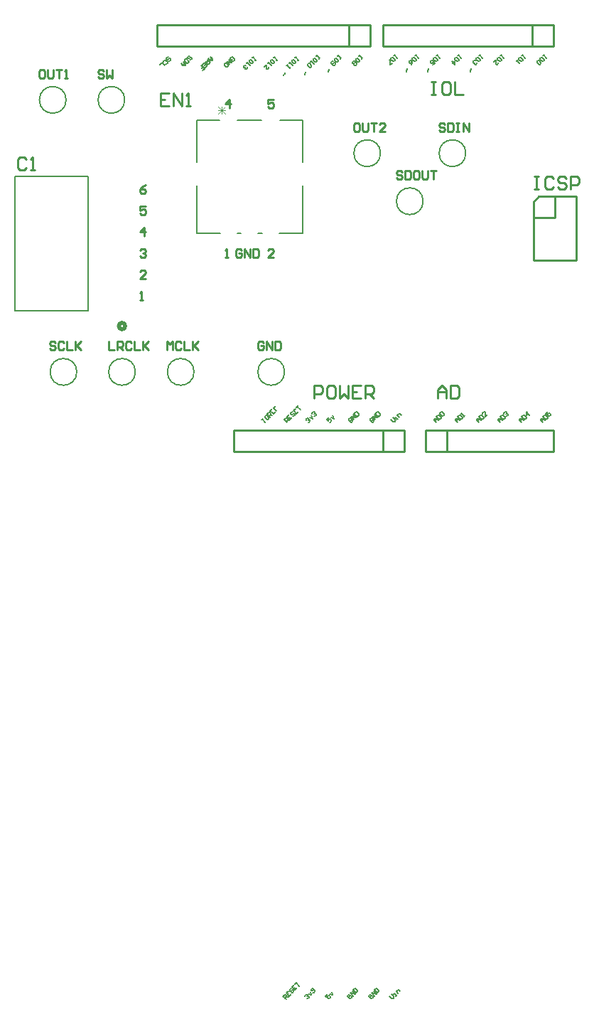
<source format=gto>
G04*
G04 #@! TF.GenerationSoftware,Altium Limited,Altium Designer,22.5.1 (42)*
G04*
G04 Layer_Color=65535*
%FSLAX44Y44*%
%MOMM*%
G71*
G04*
G04 #@! TF.SameCoordinates,BAD225BF-FD7B-4A52-9E08-1AD1A92B9E85*
G04*
G04*
G04 #@! TF.FilePolarity,Positive*
G04*
G01*
G75*
%ADD10C,0.1270*%
%ADD11C,0.5080*%
%ADD12C,0.1524*%
%ADD13C,0.2540*%
%ADD14C,0.0762*%
D10*
X136550Y431800D02*
G03*
X136550Y431800I-15900J0D01*
G01*
X441350Y368300D02*
G03*
X441350Y368300I-15900J0D01*
G01*
X66700Y431800D02*
G03*
X66700Y431800I-15900J0D01*
G01*
X327050Y107950D02*
G03*
X327050Y107950I-15900J0D01*
G01*
X492150Y311150D02*
G03*
X492150Y311150I-15900J0D01*
G01*
X542950Y368300D02*
G03*
X542950Y368300I-15900J0D01*
G01*
X79400Y107950D02*
G03*
X79400Y107950I-15900J0D01*
G01*
X219100D02*
G03*
X219100Y107950I-15900J0D01*
G01*
X149250D02*
G03*
X149250Y107950I-15900J0D01*
G01*
X639861Y482293D02*
X638664Y481096D01*
X639262Y481694D01*
X635672Y485285D01*
X636270Y485884D01*
X635073Y484687D01*
X635073Y477505D02*
X636270Y478702D01*
X636270Y479899D01*
X633876Y482293D01*
X632679D01*
X631482Y481096D01*
Y479899D01*
X633876Y477505D01*
X635073D01*
X632679Y476308D02*
X632679Y475111D01*
X631482Y473914D01*
X630285D01*
X627891Y476308D01*
X627891Y477505D01*
X629088Y478702D01*
X630285D01*
X632679Y476308D01*
X614461Y482293D02*
X613264Y481096D01*
X613862Y481694D01*
X610271Y485285D01*
X610870Y485884D01*
X609673Y484687D01*
X609673Y477505D02*
X610870Y478702D01*
X610870Y479899D01*
X608476Y482293D01*
X607279D01*
X606082Y481096D01*
Y479899D01*
X608476Y477505D01*
X609673D01*
X604287Y479300D02*
X603090Y478104D01*
X603688Y478702D01*
X607279Y475111D01*
X607279Y476308D01*
X589061Y482293D02*
X587864Y481096D01*
X588462Y481694D01*
X584871Y485285D01*
X585470Y485884D01*
X584273Y484687D01*
X584273Y477505D02*
X585470Y478702D01*
X585470Y479899D01*
X583076Y482293D01*
X581879D01*
X580682Y481096D01*
Y479899D01*
X583076Y477505D01*
X584273D01*
X576493Y476907D02*
X578887Y479300D01*
Y474513D01*
X579485Y473914D01*
X580682D01*
X581879Y475111D01*
X581879Y476308D01*
X462061Y482293D02*
X460864Y481096D01*
X461462Y481694D01*
X457872Y485285D01*
X458470Y485884D01*
X457273Y484687D01*
X457273Y477505D02*
X458470Y478702D01*
X458470Y479899D01*
X456076Y482293D01*
X454879D01*
X453682Y481096D01*
Y479899D01*
X456076Y477505D01*
X457273D01*
X455477Y475710D02*
X453084Y473316D01*
X452485Y473914D01*
Y478702D01*
X451887Y479300D01*
X394751Y481549D02*
X393554Y480352D01*
X394152Y480951D01*
X390561Y484542D01*
X391160Y485140D01*
X389963Y483943D01*
X389963Y476761D02*
X391160Y477958D01*
X391160Y479155D01*
X388766Y481549D01*
X387569D01*
X386372Y480352D01*
Y479155D01*
X388766Y476761D01*
X389963D01*
X385175Y477958D02*
X383978D01*
X382781Y476761D01*
X382781Y475564D01*
X385175Y473170D01*
X386372D01*
X387569Y474367D01*
X387569Y475564D01*
X386971Y476163D01*
X385774Y476163D01*
X383978Y474367D01*
X380387Y468382D02*
X380387Y467185D01*
X379190Y465988D01*
X379190Y464791D01*
X487461Y482293D02*
X486264Y481096D01*
X486862Y481694D01*
X483271Y485285D01*
X483870Y485884D01*
X482673Y484687D01*
X482673Y477505D02*
X483870Y478702D01*
X483870Y479899D01*
X481476Y482293D01*
X480279D01*
X479082Y481096D01*
Y479899D01*
X481476Y477505D01*
X482673D01*
X478484Y473316D02*
X479082Y475111D01*
Y477505D01*
X477885Y478702D01*
X476688D01*
X475491Y477505D01*
X475491Y476308D01*
X476090Y475710D01*
X477287Y475710D01*
X479082Y477505D01*
X473097Y469126D02*
X473097Y467929D01*
X471900Y466732D01*
X471900Y465535D01*
X563661Y482293D02*
X562464Y481096D01*
X563062Y481694D01*
X559472Y485285D01*
X560070Y485884D01*
X558873Y484687D01*
X558873Y477505D02*
X560070Y478702D01*
X560070Y479899D01*
X557676Y482293D01*
X556479D01*
X555282Y481096D01*
Y479899D01*
X557676Y477505D01*
X558873D01*
X556479Y476308D02*
X556479Y475111D01*
X555282Y473914D01*
X554085D01*
X553487Y474513D01*
Y475710D01*
X554085Y476308D01*
X553487Y475710D01*
X552290Y475710D01*
X551691Y476308D01*
X551691Y477505D01*
X552888Y478702D01*
X554085D01*
X549297Y469126D02*
X549297Y467929D01*
X548100Y466732D01*
X548100Y465535D01*
X512861Y482293D02*
X511664Y481096D01*
X512262Y481694D01*
X508671Y485285D01*
X509270Y485884D01*
X508073Y484687D01*
X508073Y477505D02*
X509270Y478702D01*
X509270Y479899D01*
X506876Y482293D01*
X505679D01*
X504482Y481096D01*
Y479899D01*
X506876Y477505D01*
X508073D01*
X503884Y473316D02*
X506278Y475710D01*
X504482Y477505D01*
X503884Y475710D01*
X503285Y475111D01*
X502088D01*
X500891Y476308D01*
X500891Y477505D01*
X502088Y478702D01*
X503285D01*
X498497Y469126D02*
X498497Y467929D01*
X497300Y466732D01*
X497300Y465535D01*
X420151Y481549D02*
X418954Y480352D01*
X419552Y480951D01*
X415961Y484542D01*
X416560Y485140D01*
X415363Y483943D01*
X415363Y476761D02*
X416560Y477958D01*
X416560Y479155D01*
X414166Y481549D01*
X412969D01*
X411772Y480352D01*
Y479155D01*
X414166Y476761D01*
X415363D01*
X412969Y475564D02*
X412969Y474367D01*
X411772Y473170D01*
X410575D01*
X409977Y473769D01*
Y474966D01*
X408780Y474966D01*
X408181Y475564D01*
X408181Y476761D01*
X409378Y477958D01*
X410575D01*
X411174Y477360D01*
Y476163D01*
X412371Y476163D01*
X412969Y475564D01*
X411174Y476163D02*
X409977Y474966D01*
X538261Y482293D02*
X537064Y481096D01*
X537662Y481694D01*
X534072Y485285D01*
X534670Y485884D01*
X533473Y484687D01*
X533473Y477505D02*
X534670Y478702D01*
X534670Y479899D01*
X532276Y482293D01*
X531079D01*
X529882Y481096D01*
Y479899D01*
X532276Y477505D01*
X533473D01*
X526291D02*
X529882Y473914D01*
Y477505D01*
X527488Y475111D01*
X264758Y477957D02*
X265955D01*
X267152Y479155D01*
X267153Y480351D01*
X264758Y482745D01*
X263561D01*
X262365Y481549D01*
X262365Y480351D01*
X263561Y479155D01*
X264758Y480351D01*
X260569Y479753D02*
X264160Y476162D01*
X258175Y477359D01*
X261766Y473768D01*
X260569Y472571D02*
X256978Y476162D01*
X255183Y474367D01*
X255183Y473170D01*
X257577Y470776D01*
X258774D01*
X260569Y472571D01*
X188559Y477957D02*
X189755D01*
X190952Y479155D01*
X190952Y480351D01*
X190354Y480950D01*
X189157Y480950D01*
X187960Y479753D01*
X186763Y479753D01*
X186165Y480351D01*
X186164Y481549D01*
X187362Y482745D01*
X188559D01*
X184968Y474367D02*
X186164D01*
X187362Y475564D01*
X187362Y476760D01*
X184968Y479155D01*
X183771D01*
X182574Y477957D01*
Y476760D01*
X184369Y472571D02*
X180778Y476162D01*
X178384Y473768D01*
X238760Y483344D02*
X241154Y480950D01*
Y478556D01*
X238760D01*
X236366Y480950D01*
X238162Y479155D01*
X240555Y481549D01*
X235169Y479753D02*
X238760Y476162D01*
X236964Y474367D01*
X235768D01*
X234571Y475564D01*
Y476760D01*
X236366Y478556D01*
X235169Y477359D02*
X232775D01*
Y470177D02*
X235169Y472571D01*
X231578Y476162D01*
X229184Y473768D01*
X233374Y474367D02*
X232177Y473170D01*
X229184Y466586D02*
X231578Y468980D01*
X229783Y470776D01*
X228586Y469579D01*
X229783Y470776D01*
X227987Y472571D01*
X330200Y47516D02*
X326609Y51107D01*
X328405Y52902D01*
X329602D01*
X330798Y51705D01*
X330798Y50508D01*
X329003Y48713D01*
X330200Y49910D02*
X332594D01*
Y57092D02*
X330200Y54698D01*
X333791Y51107D01*
X336185Y53501D01*
X331995Y52902D02*
X333192Y54099D01*
X336783Y60084D02*
X335586D01*
X334389Y58887D01*
Y57690D01*
X334988Y57092D01*
X336185Y57092D01*
X337382Y58289D01*
X338579Y58289D01*
X339177Y57690D01*
X339177Y56493D01*
X337980Y55296D01*
X336783D01*
X339776Y64274D02*
X337382Y61880D01*
X340973Y58289D01*
X343367Y60683D01*
X339177Y60084D02*
X340374Y61281D01*
X340973Y65471D02*
X343367Y67865D01*
X342170Y66668D01*
X345761Y63077D01*
X299939Y51107D02*
X301136Y52304D01*
X300538Y51705D01*
X304128Y48115D01*
X303530Y47516D01*
X304727Y48713D01*
X304727Y55895D02*
X303530Y54698D01*
X303530Y53501D01*
X305924Y51107D01*
X307121D01*
X308318Y52304D01*
Y53501D01*
X305924Y55895D01*
X304727D01*
X310113Y54099D02*
X306523Y57690D01*
X308318Y59486D01*
X309515D01*
X310712Y58289D01*
Y57092D01*
X308916Y55296D01*
X310113Y56493D02*
X312507D01*
Y63675D02*
X310113Y61281D01*
X313704Y57690D01*
X316098Y60084D01*
X311909Y59486D02*
X313106Y60683D01*
X316098Y67266D02*
X313704Y64872D01*
X315500Y63077D01*
X316697Y64274D01*
X315500Y63077D01*
X317295Y61281D01*
X379803Y53501D02*
X377409Y51107D01*
X379204Y49311D01*
X379803Y51107D01*
X380401Y51705D01*
X381599D01*
X382795Y50508D01*
X382795Y49311D01*
X381599Y48115D01*
X380401D01*
X382197Y53501D02*
X385788Y52304D01*
X384591Y55895D01*
X431202Y52902D02*
X430005D01*
X428808Y51705D01*
X428807Y50508D01*
X431202Y48115D01*
X432398D01*
X433596Y49311D01*
X433595Y50508D01*
X432398Y51705D01*
X431202Y50508D01*
X435391Y51107D02*
X431800Y54698D01*
X437785Y53501D01*
X434194Y57092D01*
X435391Y58289D02*
X438982Y54698D01*
X440777Y56493D01*
X440777Y57690D01*
X438383Y60084D01*
X437186D01*
X435391Y58289D01*
X352607Y50508D02*
X352608Y51705D01*
X353805Y52902D01*
X355001D01*
X355600Y52304D01*
Y51107D01*
X355001Y50508D01*
X355600Y51107D01*
X356797Y51107D01*
X357395Y50508D01*
X357396Y49311D01*
X356199Y48115D01*
X355001D01*
X356797Y53501D02*
X360388Y52304D01*
X359191Y55895D01*
X359789Y57690D02*
Y58887D01*
X360986Y60084D01*
X362183D01*
X362782Y59486D01*
Y58289D01*
X362183Y57690D01*
X362782Y58289D01*
X363979Y58289D01*
X364577Y57690D01*
X364577Y56493D01*
X363380Y55296D01*
X362183D01*
X405802Y52902D02*
X404605D01*
X403408Y51705D01*
X403408Y50508D01*
X405802Y48115D01*
X406998D01*
X408195Y49311D01*
X408195Y50508D01*
X406998Y51705D01*
X405802Y50508D01*
X409991Y51107D02*
X406400Y54698D01*
X412385Y53501D01*
X408794Y57092D01*
X409991Y58289D02*
X413582Y54698D01*
X415377Y56493D01*
X415377Y57690D01*
X412983Y60084D01*
X411786D01*
X409991Y58289D01*
X318551Y479753D02*
X317354Y478556D01*
X317952Y479155D01*
X314361Y482745D01*
X314960Y483344D01*
X313763Y482147D01*
X313763Y474965D02*
X314960Y476162D01*
X314960Y477359D01*
X312566Y479753D01*
X311369D01*
X310172Y478556D01*
Y477359D01*
X312566Y474965D01*
X313763D01*
X308377Y476760D02*
X307180Y475564D01*
X307778Y476162D01*
X311369Y472571D01*
X311369Y473768D01*
X302990Y471374D02*
X305384Y473768D01*
Y468980D01*
X305983Y468382D01*
X307180D01*
X308377Y469579D01*
Y470776D01*
X293151Y479753D02*
X291954Y478556D01*
X292552Y479155D01*
X288962Y482745D01*
X289560Y483344D01*
X288363Y482147D01*
X288363Y474965D02*
X289560Y476162D01*
X289560Y477359D01*
X287166Y479753D01*
X285969D01*
X284772Y478556D01*
Y477359D01*
X287166Y474965D01*
X288363D01*
X282977Y476760D02*
X281780Y475564D01*
X282378Y476162D01*
X285969Y472571D01*
X285969Y473768D01*
X282977Y470776D02*
Y469579D01*
X281780Y468382D01*
X280583D01*
X279984Y468980D01*
Y470177D01*
X280583Y470776D01*
X279984Y470177D01*
X278787Y470177D01*
X278189Y470776D01*
X278189Y471973D01*
X279386Y473170D01*
X280583D01*
X508000Y47516D02*
X505606Y49910D01*
Y52304D01*
X508000D01*
X510394Y49910D01*
X508599Y51705D01*
X506204Y49311D01*
X508000Y54698D02*
X511591Y51107D01*
X513386Y52902D01*
Y54099D01*
X510992Y56493D01*
X509795D01*
X508000Y54698D01*
X512189Y57690D02*
Y58887D01*
X513386Y60084D01*
X514583D01*
X516977Y57690D01*
X516977Y56493D01*
X515780Y55296D01*
X514583D01*
X512189Y57690D01*
X453609Y51107D02*
X456003Y48713D01*
X458397D01*
Y51107D01*
X456003Y53501D01*
X460791Y51107D02*
X461988Y52304D01*
X461389Y51705D01*
X458996Y54099D01*
X458397Y53501D01*
X463783Y54099D02*
X461389Y56493D01*
X463185Y58289D01*
X464382D01*
X466177Y56493D01*
X609600Y47516D02*
X607206Y49910D01*
Y52304D01*
X609600D01*
X611994Y49910D01*
X610199Y51705D01*
X607804Y49311D01*
X609600Y54698D02*
X613191Y51107D01*
X614986Y52902D01*
Y54099D01*
X612592Y56493D01*
X611395D01*
X609600Y54698D01*
X618577Y56493D02*
X614986Y60084D01*
Y56493D01*
X617380Y58887D01*
X584200Y47516D02*
X581806Y49910D01*
Y52304D01*
X584200D01*
X586594Y49910D01*
X584799Y51705D01*
X582405Y49311D01*
X584200Y54698D02*
X587791Y51107D01*
X589586Y52902D01*
Y54099D01*
X587192Y56493D01*
X585995D01*
X584200Y54698D01*
X588389Y57690D02*
Y58887D01*
X589586Y60084D01*
X590783D01*
X591382Y59486D01*
Y58289D01*
X590783Y57690D01*
X591382Y58289D01*
X592579Y58289D01*
X593177Y57690D01*
X593177Y56493D01*
X591980Y55296D01*
X590783D01*
X635000Y47516D02*
X632606Y49910D01*
Y52304D01*
X635000D01*
X637394Y49910D01*
X635598Y51705D01*
X633204Y49311D01*
X635000Y54698D02*
X638591Y51107D01*
X640386Y52902D01*
Y54099D01*
X637992Y56493D01*
X636796D01*
X635000Y54698D01*
X640985Y60683D02*
X638591Y58289D01*
X640386Y56493D01*
X640985Y58289D01*
X641583Y58887D01*
X642780D01*
X643977Y57690D01*
X643977Y56493D01*
X642780Y55296D01*
X641583D01*
X533400Y47516D02*
X531006Y49910D01*
Y52304D01*
X533400D01*
X535794Y49910D01*
X533998Y51705D01*
X531604Y49311D01*
X533400Y54698D02*
X536991Y51107D01*
X538786Y52902D01*
Y54099D01*
X536392Y56493D01*
X535196D01*
X533400Y54698D01*
X540582D02*
X541779Y55895D01*
X541180Y55296D01*
X537589Y58887D01*
Y57690D01*
X558800Y47516D02*
X556406Y49910D01*
Y52304D01*
X558800D01*
X561194Y49910D01*
X559398Y51705D01*
X557005Y49311D01*
X558800Y54698D02*
X562391Y51107D01*
X564186Y52902D01*
Y54099D01*
X561792Y56493D01*
X560596D01*
X558800Y54698D01*
X568376Y57092D02*
X565982Y54698D01*
Y59486D01*
X565383Y60084D01*
X564186D01*
X562989Y58887D01*
Y57690D01*
X369351Y481549D02*
X368154Y480352D01*
X368752Y480951D01*
X365162Y484542D01*
X365760Y485140D01*
X364563Y483943D01*
X364563Y476761D02*
X365760Y477958D01*
X365760Y479155D01*
X363366Y481549D01*
X362169D01*
X360972Y480352D01*
Y479155D01*
X363366Y476761D01*
X364563D01*
X359177Y478557D02*
X357980Y477360D01*
X358578Y477958D01*
X362169Y474367D01*
X362169Y475564D01*
X359177Y472572D02*
Y471375D01*
X357980Y470178D01*
X356783D01*
X354389Y472572D01*
X354389Y473769D01*
X355586Y474966D01*
X356783D01*
X359177Y472572D01*
X351995Y465390D02*
X351995Y464193D01*
X350798Y462996D01*
X350798Y461799D01*
X343951Y479753D02*
X342754Y478556D01*
X343352Y479155D01*
X339762Y482745D01*
X340360Y483344D01*
X339163Y482147D01*
X339163Y474965D02*
X340360Y476162D01*
X340360Y477359D01*
X337966Y479753D01*
X336769D01*
X335572Y478556D01*
Y477359D01*
X337966Y474965D01*
X339163D01*
X333777Y476760D02*
X332580Y475564D01*
X333178Y476162D01*
X336769Y472571D01*
X336769Y473768D01*
X330784D02*
X329587Y472571D01*
X330186Y473170D01*
X333777Y469579D01*
Y470776D01*
X327193Y464192D02*
X327193Y462995D01*
X325996Y461798D01*
X325996Y460601D01*
X213958Y479227D02*
X215155D01*
X216352Y480424D01*
X216353Y481622D01*
X215754Y482220D01*
X214557Y482220D01*
X213360Y481023D01*
X212163Y481023D01*
X211565Y481622D01*
X211565Y482818D01*
X212761Y484015D01*
X213958D01*
X213360Y477432D02*
X209769Y481023D01*
X207974Y479227D01*
Y478031D01*
X210368Y475637D01*
X211565D01*
X213360Y477432D01*
X206178D02*
X208572Y475038D01*
Y472644D01*
X206178D01*
X203784Y475038D01*
X205580Y473243D01*
X207974Y475637D01*
X328930Y-638810D02*
X325339Y-635219D01*
X327135Y-633424D01*
X328331D01*
X329529Y-634621D01*
X329529Y-635817D01*
X327733Y-637613D01*
X328930Y-636416D02*
X331324D01*
Y-629234D02*
X328930Y-631628D01*
X332521Y-635219D01*
X334915Y-632825D01*
X330725Y-633424D02*
X331922Y-632227D01*
X335513Y-626242D02*
X334316D01*
X333119Y-627439D01*
Y-628636D01*
X333718Y-629234D01*
X334915Y-629234D01*
X336112Y-628037D01*
X337309Y-628037D01*
X337907Y-628636D01*
X337907Y-629833D01*
X336710Y-631030D01*
X335513D01*
X338506Y-622052D02*
X336112Y-624446D01*
X339703Y-628037D01*
X342097Y-625643D01*
X337907Y-626242D02*
X339104Y-625045D01*
X339703Y-620855D02*
X342097Y-618461D01*
X340900Y-619658D01*
X344491Y-623249D01*
X351338Y-635817D02*
X351338Y-634621D01*
X352535Y-633424D01*
X353731D01*
X354330Y-634022D01*
Y-635219D01*
X353731Y-635817D01*
X354330Y-635219D01*
X355527Y-635219D01*
X356125Y-635817D01*
X356125Y-637015D01*
X354929Y-638212D01*
X353731D01*
X355527Y-632825D02*
X359118Y-634022D01*
X357921Y-630431D01*
X358519Y-628636D02*
Y-627439D01*
X359716Y-626242D01*
X360913D01*
X361512Y-626840D01*
Y-628037D01*
X360913Y-628636D01*
X361512Y-628037D01*
X362709Y-628037D01*
X363307Y-628636D01*
X363307Y-629833D01*
X362110Y-631030D01*
X360913D01*
X378533Y-632825D02*
X376139Y-635219D01*
X377934Y-637015D01*
X378533Y-635219D01*
X379132Y-634621D01*
X380328D01*
X381525Y-635817D01*
X381525Y-637015D01*
X380328Y-638212D01*
X379132D01*
X380927Y-632825D02*
X384518Y-634022D01*
X383321Y-630431D01*
X404532Y-633424D02*
X403335D01*
X402138Y-634621D01*
X402137Y-635817D01*
X404532Y-638212D01*
X405728D01*
X406926Y-637015D01*
X406925Y-635817D01*
X405728Y-634621D01*
X404532Y-635817D01*
X408721Y-635219D02*
X405130Y-631628D01*
X411115Y-632825D01*
X407524Y-629234D01*
X408721Y-628037D02*
X412312Y-631628D01*
X414107Y-629833D01*
X414107Y-628636D01*
X411713Y-626242D01*
X410516D01*
X408721Y-628037D01*
X429931Y-633424D02*
X428735D01*
X427538Y-634621D01*
X427537Y-635817D01*
X429931Y-638212D01*
X431129D01*
X432326Y-637015D01*
X432325Y-635817D01*
X431129Y-634621D01*
X429931Y-635817D01*
X434121Y-635219D02*
X430530Y-631628D01*
X436515Y-632825D01*
X432924Y-629234D01*
X434121Y-628037D02*
X437712Y-631628D01*
X439507Y-629833D01*
X439507Y-628636D01*
X437113Y-626242D01*
X435916D01*
X434121Y-628037D01*
X452339Y-635219D02*
X454733Y-637613D01*
X457127D01*
Y-635219D01*
X454733Y-632825D01*
X459521Y-635219D02*
X460718Y-634022D01*
X460119Y-634621D01*
X457725Y-632227D01*
X457127Y-632825D01*
X462513Y-632227D02*
X460119Y-629833D01*
X461915Y-628037D01*
X463112D01*
X464907Y-629833D01*
D11*
X137160Y162560D02*
G03*
X137160Y162560I-3810J0D01*
G01*
D12*
X5591Y180340D02*
X93221D01*
Y340360D01*
X5591D02*
X93221D01*
X5591Y180340D02*
Y340360D01*
X348596Y357698D02*
Y407330D01*
X271130D02*
X299570D01*
X222104D02*
X249570D01*
X222104Y272710D02*
X250223D01*
X348596D02*
Y329962D01*
X321130Y407330D02*
X348596D01*
X222104Y357698D02*
Y407330D01*
X270477Y272710D02*
X275223D01*
X295477D02*
X300223D01*
X320477D02*
X348596D01*
X222104D02*
Y329962D01*
D13*
X623700Y240800D02*
X674500D01*
Y317000D01*
X623700Y291600D02*
X649100D01*
Y317000D01*
X623700Y240800D02*
Y310650D01*
X630050Y317000D01*
X674500D01*
X469900Y12700D02*
Y38100D01*
X266700Y12700D02*
X469900D01*
X266700D02*
Y38100D01*
X469900D01*
X444500Y12700D02*
Y38100D01*
X647700Y495300D02*
Y520700D01*
X444500Y495300D02*
X647700D01*
X444500D02*
Y520700D01*
X647700D01*
X622300Y495300D02*
Y520700D01*
X429260Y495300D02*
Y520700D01*
X403860Y495300D02*
X429260D01*
X403860D02*
Y520700D01*
X175260D02*
X403860D01*
X175260Y495300D02*
Y520700D01*
Y495300D02*
X403860D01*
Y520700D02*
X429260D01*
X495300Y25400D02*
Y38100D01*
X520700D01*
Y12700D02*
X647700D01*
Y38100D01*
X520700D02*
X647700D01*
X520700Y12700D02*
Y38100D01*
X495300Y12700D02*
X520700D01*
X495300D02*
Y25400D01*
X256540Y243840D02*
X259926D01*
X258233D01*
Y253997D01*
X256540Y252304D01*
X314111Y243840D02*
X307340D01*
X314111Y250611D01*
Y252304D01*
X312418Y253997D01*
X309033D01*
X307340Y252304D01*
X276011D02*
X274318Y253997D01*
X270933D01*
X269240Y252304D01*
Y245533D01*
X270933Y243840D01*
X274318D01*
X276011Y245533D01*
Y248918D01*
X272626D01*
X279397Y243840D02*
Y253997D01*
X286168Y243840D01*
Y253997D01*
X289553D02*
Y243840D01*
X294632D01*
X296325Y245533D01*
Y252304D01*
X294632Y253997D01*
X289553D01*
X261618Y421640D02*
Y431797D01*
X256540Y426718D01*
X263311D01*
X314111Y431797D02*
X307340D01*
Y426718D01*
X310726Y428411D01*
X312418D01*
X314111Y426718D01*
Y423333D01*
X312418Y421640D01*
X309033D01*
X307340Y423333D01*
X160018Y269240D02*
Y279397D01*
X154940Y274318D01*
X161711D01*
Y304797D02*
X154940D01*
Y299718D01*
X158326Y301411D01*
X160018D01*
X161711Y299718D01*
Y296333D01*
X160018Y294640D01*
X156633D01*
X154940Y296333D01*
X161711Y330197D02*
X158326Y328504D01*
X154940Y325118D01*
Y321733D01*
X156633Y320040D01*
X160018D01*
X161711Y321733D01*
Y323426D01*
X160018Y325118D01*
X154940D01*
Y193040D02*
X158326D01*
X156633D01*
Y203197D01*
X154940Y201504D01*
X161711Y218440D02*
X154940D01*
X161711Y225211D01*
Y226904D01*
X160018Y228597D01*
X156633D01*
X154940Y226904D01*
Y252304D02*
X156633Y253997D01*
X160018D01*
X161711Y252304D01*
Y250611D01*
X160018Y248918D01*
X158326D01*
X160018D01*
X161711Y247226D01*
Y245533D01*
X160018Y243840D01*
X156633D01*
X154940Y245533D01*
X111419Y466426D02*
X109726Y468119D01*
X106341D01*
X104648Y466426D01*
Y464733D01*
X106341Y463040D01*
X109726D01*
X111419Y461348D01*
Y459655D01*
X109726Y457962D01*
X106341D01*
X104648Y459655D01*
X114805Y468119D02*
Y457962D01*
X118190Y461348D01*
X121576Y457962D01*
Y468119D01*
X414526Y404619D02*
X411141D01*
X409448Y402926D01*
Y396155D01*
X411141Y394462D01*
X414526D01*
X416219Y396155D01*
Y402926D01*
X414526Y404619D01*
X419605D02*
Y396155D01*
X421297Y394462D01*
X424683D01*
X426376Y396155D01*
Y404619D01*
X429761D02*
X436533D01*
X433147D01*
Y394462D01*
X446689D02*
X439918D01*
X446689Y401233D01*
Y402926D01*
X444996Y404619D01*
X441611D01*
X439918Y402926D01*
X39876Y468119D02*
X36491D01*
X34798Y466426D01*
Y459655D01*
X36491Y457962D01*
X39876D01*
X41569Y459655D01*
Y466426D01*
X39876Y468119D01*
X44955D02*
Y459655D01*
X46648Y457962D01*
X50033D01*
X51726Y459655D01*
Y468119D01*
X55111D02*
X61883D01*
X58497D01*
Y457962D01*
X65268D02*
X68654D01*
X66961D01*
Y468119D01*
X65268Y466426D01*
X19050Y360678D02*
X16511Y363218D01*
X11432D01*
X8893Y360678D01*
Y350522D01*
X11432Y347982D01*
X16511D01*
X19050Y350522D01*
X24128Y347982D02*
X29207D01*
X26668D01*
Y363218D01*
X24128Y360678D01*
X301919Y142576D02*
X300226Y144269D01*
X296841D01*
X295148Y142576D01*
Y135805D01*
X296841Y134112D01*
X300226D01*
X301919Y135805D01*
Y139190D01*
X298534D01*
X305305Y134112D02*
Y144269D01*
X312076Y134112D01*
Y144269D01*
X315461D02*
Y134112D01*
X320540D01*
X322233Y135805D01*
Y142576D01*
X320540Y144269D01*
X315461D01*
X467019Y345776D02*
X465326Y347469D01*
X461941D01*
X460248Y345776D01*
Y344083D01*
X461941Y342390D01*
X465326D01*
X467019Y340698D01*
Y339005D01*
X465326Y337312D01*
X461941D01*
X460248Y339005D01*
X470405Y347469D02*
Y337312D01*
X475483D01*
X477176Y339005D01*
Y345776D01*
X475483Y347469D01*
X470405D01*
X485640D02*
X482254D01*
X480561Y345776D01*
Y339005D01*
X482254Y337312D01*
X485640D01*
X487333Y339005D01*
Y345776D01*
X485640Y347469D01*
X490718D02*
Y339005D01*
X492411Y337312D01*
X495797D01*
X497489Y339005D01*
Y347469D01*
X500875D02*
X507646D01*
X504260D01*
Y337312D01*
X517819Y402926D02*
X516126Y404619D01*
X512741D01*
X511048Y402926D01*
Y401233D01*
X512741Y399540D01*
X516126D01*
X517819Y397848D01*
Y396155D01*
X516126Y394462D01*
X512741D01*
X511048Y396155D01*
X521205Y404619D02*
Y394462D01*
X526283D01*
X527976Y396155D01*
Y402926D01*
X526283Y404619D01*
X521205D01*
X531361D02*
X534747D01*
X533054D01*
Y394462D01*
X531361D01*
X534747D01*
X539825D02*
Y404619D01*
X546596Y394462D01*
Y404619D01*
X54269Y142576D02*
X52576Y144269D01*
X49191D01*
X47498Y142576D01*
Y140883D01*
X49191Y139190D01*
X52576D01*
X54269Y137498D01*
Y135805D01*
X52576Y134112D01*
X49191D01*
X47498Y135805D01*
X64426Y142576D02*
X62733Y144269D01*
X59348D01*
X57655Y142576D01*
Y135805D01*
X59348Y134112D01*
X62733D01*
X64426Y135805D01*
X67811Y144269D02*
Y134112D01*
X74583D01*
X77968Y144269D02*
Y134112D01*
Y137498D01*
X84739Y144269D01*
X79661Y139190D01*
X84739Y134112D01*
X187198D02*
Y144269D01*
X190584Y140883D01*
X193969Y144269D01*
Y134112D01*
X204126Y142576D02*
X202433Y144269D01*
X199048D01*
X197355Y142576D01*
Y135805D01*
X199048Y134112D01*
X202433D01*
X204126Y135805D01*
X207511Y144269D02*
Y134112D01*
X214283D01*
X217668Y144269D02*
Y134112D01*
Y137498D01*
X224439Y144269D01*
X219361Y139190D01*
X224439Y134112D01*
X117348Y144269D02*
Y134112D01*
X124119D01*
X127505D02*
Y144269D01*
X132583D01*
X134276Y142576D01*
Y139190D01*
X132583Y137498D01*
X127505D01*
X130890D02*
X134276Y134112D01*
X144433Y142576D02*
X142740Y144269D01*
X139354D01*
X137661Y142576D01*
Y135805D01*
X139354Y134112D01*
X142740D01*
X144433Y135805D01*
X147818Y144269D02*
Y134112D01*
X154589D01*
X157975Y144269D02*
Y134112D01*
Y137498D01*
X164746Y144269D01*
X159668Y139190D01*
X164746Y134112D01*
X189233Y439417D02*
X179076D01*
Y424183D01*
X189233D01*
X179076Y431800D02*
X184154D01*
X194311Y424183D02*
Y439417D01*
X204468Y424183D01*
Y439417D01*
X209546Y424183D02*
X214624D01*
X212085D01*
Y439417D01*
X209546Y436878D01*
X624843Y340998D02*
X629921D01*
X627382D01*
Y325763D01*
X624843D01*
X629921D01*
X647696Y338459D02*
X645156Y340998D01*
X640078D01*
X637539Y338459D01*
Y328302D01*
X640078Y325763D01*
X645156D01*
X647696Y328302D01*
X662931Y338459D02*
X660391Y340998D01*
X655313D01*
X652774Y338459D01*
Y335920D01*
X655313Y333380D01*
X660391D01*
X662931Y330841D01*
Y328302D01*
X660391Y325763D01*
X655313D01*
X652774Y328302D01*
X668009Y325763D02*
Y340998D01*
X675627D01*
X678166Y338459D01*
Y333380D01*
X675627Y330841D01*
X668009D01*
X361950Y76200D02*
Y91435D01*
X369567D01*
X372107Y88896D01*
Y83818D01*
X369567Y81278D01*
X361950D01*
X384803Y91435D02*
X379724D01*
X377185Y88896D01*
Y78739D01*
X379724Y76200D01*
X384803D01*
X387342Y78739D01*
Y88896D01*
X384803Y91435D01*
X392420D02*
Y76200D01*
X397499Y81278D01*
X402577Y76200D01*
Y91435D01*
X417812D02*
X407655D01*
Y76200D01*
X417812D01*
X407655Y83818D02*
X412734D01*
X422890Y76200D02*
Y91435D01*
X430508D01*
X433047Y88896D01*
Y83818D01*
X430508Y81278D01*
X422890D01*
X427969D02*
X433047Y76200D01*
X501650Y453385D02*
X506728D01*
X504189D01*
Y438150D01*
X501650D01*
X506728D01*
X521963Y453385D02*
X516885D01*
X514346Y450846D01*
Y440689D01*
X516885Y438150D01*
X521963D01*
X524503Y440689D01*
Y450846D01*
X521963Y453385D01*
X529581D02*
Y438150D01*
X539738D01*
X509270Y76200D02*
Y86357D01*
X514348Y91435D01*
X519427Y86357D01*
Y76200D01*
Y83818D01*
X509270D01*
X524505Y91435D02*
Y76200D01*
X532123D01*
X534662Y78739D01*
Y88896D01*
X532123Y91435D01*
X524505D01*
D14*
X247650Y423330D02*
X256114Y414866D01*
X247650D02*
X256114Y423330D01*
X247650Y419098D02*
X256114D01*
X251882Y414866D02*
Y423330D01*
M02*

</source>
